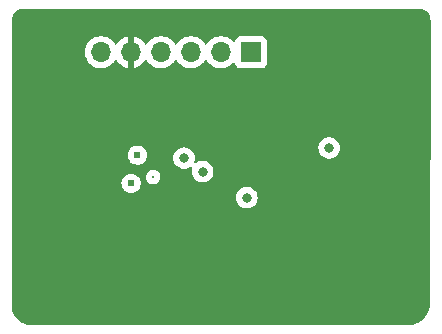
<source format=gbr>
%TF.GenerationSoftware,KiCad,Pcbnew,(6.0.7)*%
%TF.CreationDate,2023-01-24T00:42:55-08:00*%
%TF.ProjectId,Sensors,53656e73-6f72-4732-9e6b-696361645f70,rev?*%
%TF.SameCoordinates,Original*%
%TF.FileFunction,Copper,L2,Inr*%
%TF.FilePolarity,Positive*%
%FSLAX46Y46*%
G04 Gerber Fmt 4.6, Leading zero omitted, Abs format (unit mm)*
G04 Created by KiCad (PCBNEW (6.0.7)) date 2023-01-24 00:42:55*
%MOMM*%
%LPD*%
G01*
G04 APERTURE LIST*
%TA.AperFunction,ComponentPad*%
%ADD10R,1.700000X1.700000*%
%TD*%
%TA.AperFunction,ComponentPad*%
%ADD11O,1.700000X1.700000*%
%TD*%
%TA.AperFunction,ViaPad*%
%ADD12C,0.800000*%
%TD*%
%TA.AperFunction,ViaPad*%
%ADD13C,0.609600*%
%TD*%
%TA.AperFunction,ViaPad*%
%ADD14C,0.203200*%
%TD*%
G04 APERTURE END LIST*
D10*
%TO.N,Net-(U01-Pad13)*%
%TO.C,J1*%
X106778163Y-49513787D03*
D11*
%TO.N,Net-(U01-Pad14)*%
X104238163Y-49513787D03*
%TO.N,Net-(U01-Pad3)*%
X101698163Y-49513787D03*
%TO.N,Net-(U01-Pad2)*%
X99158163Y-49513787D03*
%TO.N,GND*%
X96618163Y-49513787D03*
%TO.N,3.3V*%
X94078163Y-49513787D03*
%TD*%
D12*
%TO.N,Net-(U01-Pad3)*%
X102697104Y-59624420D03*
%TO.N,Net-(U01-Pad2)*%
X101116641Y-58476961D03*
%TO.N,GND*%
X104255917Y-56896498D03*
%TO.N,3.3V*%
X106435814Y-61829107D03*
X113400556Y-57614340D03*
%TO.N,GND*%
X111631856Y-61857974D03*
D13*
%TO.N,3.3V*%
X96636712Y-60617584D03*
X97155398Y-58228121D03*
%TO.N,GND*%
X99826028Y-61033766D03*
X96535725Y-59454438D03*
D14*
%TO.N,Net-(U01-Pad2)*%
X98498057Y-60088459D03*
%TD*%
%TA.AperFunction,Conductor*%
%TO.N,GND*%
G36*
X121175525Y-45845844D02*
G01*
X121315373Y-45869293D01*
X121338150Y-45875347D01*
X121471199Y-45924436D01*
X121492442Y-45934623D01*
X121607764Y-46003874D01*
X121614015Y-46007628D01*
X121632998Y-46021599D01*
X121738845Y-46115968D01*
X121754893Y-46133229D01*
X121841314Y-46245659D01*
X121853867Y-46265608D01*
X121917835Y-46392163D01*
X121926450Y-46414090D01*
X121965736Y-46550364D01*
X121970115Y-46573512D01*
X121980655Y-46686094D01*
X121980155Y-46702355D01*
X121980735Y-46702362D01*
X121980622Y-46711340D01*
X121979238Y-46720209D01*
X121980399Y-46729109D01*
X121980399Y-46729110D01*
X121983330Y-46751582D01*
X121984388Y-46767997D01*
X121961940Y-70774387D01*
X121960649Y-70785662D01*
X121961322Y-70785720D01*
X121960554Y-70794665D01*
X121958527Y-70803407D01*
X121959483Y-70820280D01*
X121958517Y-70844516D01*
X121930452Y-71049239D01*
X121927325Y-71064742D01*
X121866885Y-71290272D01*
X121861841Y-71305261D01*
X121773619Y-71521457D01*
X121766736Y-71535697D01*
X121652129Y-71739131D01*
X121643517Y-71752396D01*
X121504323Y-71939876D01*
X121494117Y-71951957D01*
X121332539Y-72120518D01*
X121320899Y-72131226D01*
X121139474Y-72278221D01*
X121126590Y-72287384D01*
X120928169Y-72410500D01*
X120914247Y-72417971D01*
X120873754Y-72436529D01*
X120701969Y-72515258D01*
X120687207Y-72520931D01*
X120522208Y-72572720D01*
X120484554Y-72578503D01*
X107926426Y-72586182D01*
X88185368Y-72598254D01*
X88163751Y-72596399D01*
X88145795Y-72593283D01*
X88130665Y-72594995D01*
X88105216Y-72595287D01*
X87910707Y-72577792D01*
X87892742Y-72574856D01*
X87678244Y-72523637D01*
X87660881Y-72518137D01*
X87456017Y-72436529D01*
X87439627Y-72428583D01*
X87248681Y-72318296D01*
X87233608Y-72308070D01*
X87060555Y-72171401D01*
X87047113Y-72159108D01*
X87020738Y-72131226D01*
X86895568Y-71998908D01*
X86884040Y-71984805D01*
X86757183Y-71804439D01*
X86747808Y-71788821D01*
X86648280Y-71592041D01*
X86641256Y-71575236D01*
X86571142Y-71366166D01*
X86566614Y-71348523D01*
X86533109Y-71163226D01*
X86531988Y-71146135D01*
X86531972Y-71146137D01*
X86531127Y-71137204D01*
X86531557Y-71128233D01*
X86529452Y-71119501D01*
X86529225Y-71117105D01*
X86528665Y-71105140D01*
X86528702Y-71057082D01*
X86535696Y-61829107D01*
X105522310Y-61829107D01*
X105542272Y-62019035D01*
X105601287Y-62200663D01*
X105696774Y-62366051D01*
X105824561Y-62507973D01*
X105979062Y-62620225D01*
X105985090Y-62622909D01*
X105985092Y-62622910D01*
X106147495Y-62695216D01*
X106153526Y-62697901D01*
X106246926Y-62717754D01*
X106333870Y-62736235D01*
X106333875Y-62736235D01*
X106340327Y-62737607D01*
X106531301Y-62737607D01*
X106537753Y-62736235D01*
X106537758Y-62736235D01*
X106624702Y-62717754D01*
X106718102Y-62697901D01*
X106724133Y-62695216D01*
X106886536Y-62622910D01*
X106886538Y-62622909D01*
X106892566Y-62620225D01*
X107047067Y-62507973D01*
X107174854Y-62366051D01*
X107270341Y-62200663D01*
X107329356Y-62019035D01*
X107349318Y-61829107D01*
X107329356Y-61639179D01*
X107270341Y-61457551D01*
X107257813Y-61435851D01*
X107178155Y-61297881D01*
X107174854Y-61292163D01*
X107150071Y-61264638D01*
X107051489Y-61155152D01*
X107051488Y-61155151D01*
X107047067Y-61150241D01*
X106892566Y-61037989D01*
X106886538Y-61035305D01*
X106886536Y-61035304D01*
X106724133Y-60962998D01*
X106724132Y-60962998D01*
X106718102Y-60960313D01*
X106624701Y-60940460D01*
X106537758Y-60921979D01*
X106537753Y-60921979D01*
X106531301Y-60920607D01*
X106340327Y-60920607D01*
X106333875Y-60921979D01*
X106333870Y-60921979D01*
X106246927Y-60940460D01*
X106153526Y-60960313D01*
X106147496Y-60962998D01*
X106147495Y-60962998D01*
X105985092Y-61035304D01*
X105985090Y-61035305D01*
X105979062Y-61037989D01*
X105824561Y-61150241D01*
X105820140Y-61155151D01*
X105820139Y-61155152D01*
X105721558Y-61264638D01*
X105696774Y-61292163D01*
X105693473Y-61297881D01*
X105613816Y-61435851D01*
X105601287Y-61457551D01*
X105542272Y-61639179D01*
X105522310Y-61829107D01*
X86535696Y-61829107D01*
X86536623Y-60606157D01*
X95818346Y-60606157D01*
X95819033Y-60613164D01*
X95819033Y-60613167D01*
X95827349Y-60697977D01*
X95836151Y-60787748D01*
X95893745Y-60960883D01*
X95988266Y-61116955D01*
X95993157Y-61122020D01*
X95993158Y-61122021D01*
X96064092Y-61195475D01*
X96115015Y-61248207D01*
X96120907Y-61252062D01*
X96120911Y-61252066D01*
X96261797Y-61344259D01*
X96267693Y-61348117D01*
X96274297Y-61350573D01*
X96274299Y-61350574D01*
X96353203Y-61379918D01*
X96438712Y-61411719D01*
X96619572Y-61435851D01*
X96626583Y-61435213D01*
X96626587Y-61435213D01*
X96766292Y-61422498D01*
X96801283Y-61419313D01*
X96807985Y-61417135D01*
X96807987Y-61417135D01*
X96968117Y-61365106D01*
X96968120Y-61365105D01*
X96974816Y-61362929D01*
X96999664Y-61348117D01*
X97125489Y-61273111D01*
X97125492Y-61273109D01*
X97131544Y-61269501D01*
X97256779Y-61150241D01*
X97258574Y-61148532D01*
X97258576Y-61148529D01*
X97263678Y-61143671D01*
X97364651Y-60991694D01*
X97391133Y-60921979D01*
X97426945Y-60827706D01*
X97426946Y-60827701D01*
X97429445Y-60821123D01*
X97446514Y-60699673D01*
X97454288Y-60644359D01*
X97454288Y-60644354D01*
X97454839Y-60640436D01*
X97455158Y-60617584D01*
X97434819Y-60436259D01*
X97413061Y-60373777D01*
X97377131Y-60270602D01*
X97374813Y-60263945D01*
X97278123Y-60109208D01*
X97251127Y-60082023D01*
X97883510Y-60082023D01*
X97899714Y-60228799D01*
X97950461Y-60367473D01*
X97954697Y-60373776D01*
X97954697Y-60373777D01*
X97984761Y-60418516D01*
X98032822Y-60490039D01*
X98142042Y-60589421D01*
X98271815Y-60659882D01*
X98414649Y-60697354D01*
X98491436Y-60698560D01*
X98554700Y-60699554D01*
X98554703Y-60699554D01*
X98562298Y-60699673D01*
X98614093Y-60687810D01*
X98698836Y-60668402D01*
X98698840Y-60668401D01*
X98706239Y-60666706D01*
X98758472Y-60640436D01*
X98831378Y-60603769D01*
X98831381Y-60603767D01*
X98838161Y-60600357D01*
X98950448Y-60504454D01*
X99036618Y-60384536D01*
X99085096Y-60263945D01*
X99088862Y-60254577D01*
X99088863Y-60254575D01*
X99091697Y-60247524D01*
X99111382Y-60109208D01*
X99111922Y-60105414D01*
X99111922Y-60105411D01*
X99112503Y-60101330D01*
X99112638Y-60088459D01*
X99094898Y-59941861D01*
X99042701Y-59803726D01*
X98959061Y-59682029D01*
X98848807Y-59583796D01*
X98841923Y-59580151D01*
X98725014Y-59518251D01*
X98725012Y-59518250D01*
X98718303Y-59514698D01*
X98671397Y-59502916D01*
X98582455Y-59480575D01*
X98582451Y-59480575D01*
X98575084Y-59478724D01*
X98567485Y-59478684D01*
X98567483Y-59478684D01*
X98505855Y-59478362D01*
X98427419Y-59477951D01*
X98420039Y-59479723D01*
X98420037Y-59479723D01*
X98291210Y-59510651D01*
X98291206Y-59510652D01*
X98283831Y-59512423D01*
X98152611Y-59580151D01*
X98041334Y-59677224D01*
X97956425Y-59798038D01*
X97953666Y-59805113D01*
X97953665Y-59805116D01*
X97922228Y-59885749D01*
X97902784Y-59935619D01*
X97901792Y-59943152D01*
X97901792Y-59943153D01*
X97894085Y-60001699D01*
X97883510Y-60082023D01*
X97251127Y-60082023D01*
X97213559Y-60044192D01*
X97154516Y-59984735D01*
X97154512Y-59984732D01*
X97149553Y-59979738D01*
X97138369Y-59972640D01*
X97068876Y-59928539D01*
X96995495Y-59881970D01*
X96888802Y-59843978D01*
X96830239Y-59823124D01*
X96830237Y-59823123D01*
X96823605Y-59820762D01*
X96816619Y-59819929D01*
X96816615Y-59819928D01*
X96680735Y-59803726D01*
X96642426Y-59799158D01*
X96635423Y-59799894D01*
X96635422Y-59799894D01*
X96598963Y-59803726D01*
X96460963Y-59818230D01*
X96454295Y-59820500D01*
X96294902Y-59874762D01*
X96294899Y-59874763D01*
X96288235Y-59877032D01*
X96193003Y-59935619D01*
X96170601Y-59949401D01*
X96132826Y-59972640D01*
X96127793Y-59977569D01*
X96014556Y-60088459D01*
X96002462Y-60100302D01*
X95903620Y-60253674D01*
X95901211Y-60260294D01*
X95901209Y-60260297D01*
X95844706Y-60415538D01*
X95841214Y-60425133D01*
X95818346Y-60606157D01*
X86536623Y-60606157D01*
X86538434Y-58216694D01*
X96337032Y-58216694D01*
X96337719Y-58223701D01*
X96337719Y-58223704D01*
X96343313Y-58280755D01*
X96354837Y-58398285D01*
X96412431Y-58571420D01*
X96416080Y-58577445D01*
X96500775Y-58717292D01*
X96506952Y-58727492D01*
X96511843Y-58732557D01*
X96511844Y-58732558D01*
X96582778Y-58806012D01*
X96633701Y-58858744D01*
X96639593Y-58862599D01*
X96639597Y-58862603D01*
X96696063Y-58899553D01*
X96786379Y-58958654D01*
X96792983Y-58961110D01*
X96792985Y-58961111D01*
X96871888Y-58990455D01*
X96957398Y-59022256D01*
X97138258Y-59046388D01*
X97145269Y-59045750D01*
X97145273Y-59045750D01*
X97284978Y-59033035D01*
X97319969Y-59029850D01*
X97326671Y-59027672D01*
X97326673Y-59027672D01*
X97486803Y-58975643D01*
X97486806Y-58975642D01*
X97493502Y-58973466D01*
X97518350Y-58958654D01*
X97644175Y-58883648D01*
X97644178Y-58883646D01*
X97650230Y-58880038D01*
X97773155Y-58762978D01*
X97777260Y-58759069D01*
X97777262Y-58759066D01*
X97782364Y-58754208D01*
X97883337Y-58602231D01*
X97930923Y-58476961D01*
X100203137Y-58476961D01*
X100223099Y-58666889D01*
X100282114Y-58848517D01*
X100285417Y-58854239D01*
X100285418Y-58854240D01*
X100297505Y-58875175D01*
X100377601Y-59013905D01*
X100382019Y-59018812D01*
X100382020Y-59018813D01*
X100448993Y-59093194D01*
X100505388Y-59155827D01*
X100659889Y-59268079D01*
X100665917Y-59270763D01*
X100665919Y-59270764D01*
X100817840Y-59338403D01*
X100834353Y-59345755D01*
X100927753Y-59365608D01*
X101014697Y-59384089D01*
X101014702Y-59384089D01*
X101021154Y-59385461D01*
X101212128Y-59385461D01*
X101218580Y-59384089D01*
X101218585Y-59384089D01*
X101305529Y-59365608D01*
X101398929Y-59345755D01*
X101415442Y-59338403D01*
X101567363Y-59270764D01*
X101567365Y-59270763D01*
X101573393Y-59268079D01*
X101631743Y-59225685D01*
X101698608Y-59201828D01*
X101767759Y-59217908D01*
X101817240Y-59268821D01*
X101831340Y-59338403D01*
X101825635Y-59366558D01*
X101803562Y-59434492D01*
X101802872Y-59441053D01*
X101802872Y-59441055D01*
X101795132Y-59514698D01*
X101783600Y-59624420D01*
X101784290Y-59630985D01*
X101802592Y-59805116D01*
X101803562Y-59814348D01*
X101862577Y-59995976D01*
X101958064Y-60161364D01*
X101962482Y-60166271D01*
X101962483Y-60166272D01*
X102050428Y-60263945D01*
X102085851Y-60303286D01*
X102240352Y-60415538D01*
X102246380Y-60418222D01*
X102246382Y-60418223D01*
X102408785Y-60490529D01*
X102414816Y-60493214D01*
X102490913Y-60509389D01*
X102595160Y-60531548D01*
X102595165Y-60531548D01*
X102601617Y-60532920D01*
X102792591Y-60532920D01*
X102799043Y-60531548D01*
X102799048Y-60531548D01*
X102903295Y-60509389D01*
X102979392Y-60493214D01*
X102985423Y-60490529D01*
X103147826Y-60418223D01*
X103147828Y-60418222D01*
X103153856Y-60415538D01*
X103308357Y-60303286D01*
X103343780Y-60263945D01*
X103431725Y-60166272D01*
X103431726Y-60166271D01*
X103436144Y-60161364D01*
X103531631Y-59995976D01*
X103590646Y-59814348D01*
X103591617Y-59805116D01*
X103609918Y-59630985D01*
X103610608Y-59624420D01*
X103599076Y-59514698D01*
X103591336Y-59441055D01*
X103591336Y-59441053D01*
X103590646Y-59434492D01*
X103531631Y-59252864D01*
X103436144Y-59087476D01*
X103384258Y-59029850D01*
X103312779Y-58950465D01*
X103312778Y-58950464D01*
X103308357Y-58945554D01*
X103153856Y-58833302D01*
X103147828Y-58830618D01*
X103147826Y-58830617D01*
X102985423Y-58758311D01*
X102985422Y-58758311D01*
X102979392Y-58755626D01*
X102881522Y-58734823D01*
X102799048Y-58717292D01*
X102799043Y-58717292D01*
X102792591Y-58715920D01*
X102601617Y-58715920D01*
X102595165Y-58717292D01*
X102595160Y-58717292D01*
X102512686Y-58734823D01*
X102414816Y-58755626D01*
X102408786Y-58758311D01*
X102408785Y-58758311D01*
X102246382Y-58830617D01*
X102246380Y-58830618D01*
X102240352Y-58833302D01*
X102182002Y-58875696D01*
X102115137Y-58899553D01*
X102045986Y-58883473D01*
X101996505Y-58832560D01*
X101982405Y-58762978D01*
X101988110Y-58734823D01*
X102008143Y-58673167D01*
X102010183Y-58666889D01*
X102030145Y-58476961D01*
X102010183Y-58287033D01*
X101951168Y-58105405D01*
X101855681Y-57940017D01*
X101793389Y-57870834D01*
X101732316Y-57803006D01*
X101732315Y-57803005D01*
X101727894Y-57798095D01*
X101607797Y-57710839D01*
X101578735Y-57689724D01*
X101578734Y-57689723D01*
X101573393Y-57685843D01*
X101567365Y-57683159D01*
X101567363Y-57683158D01*
X101412794Y-57614340D01*
X112487052Y-57614340D01*
X112507014Y-57804268D01*
X112566029Y-57985896D01*
X112661516Y-58151284D01*
X112665934Y-58156191D01*
X112665935Y-58156192D01*
X112778092Y-58280755D01*
X112789303Y-58293206D01*
X112943804Y-58405458D01*
X112949832Y-58408142D01*
X112949834Y-58408143D01*
X113104403Y-58476961D01*
X113118268Y-58483134D01*
X113211668Y-58502987D01*
X113298612Y-58521468D01*
X113298617Y-58521468D01*
X113305069Y-58522840D01*
X113496043Y-58522840D01*
X113502495Y-58521468D01*
X113502500Y-58521468D01*
X113589444Y-58502987D01*
X113682844Y-58483134D01*
X113696709Y-58476961D01*
X113851278Y-58408143D01*
X113851280Y-58408142D01*
X113857308Y-58405458D01*
X114011809Y-58293206D01*
X114023020Y-58280755D01*
X114135177Y-58156192D01*
X114135178Y-58156191D01*
X114139596Y-58151284D01*
X114235083Y-57985896D01*
X114294098Y-57804268D01*
X114314060Y-57614340D01*
X114301124Y-57491260D01*
X114294788Y-57430975D01*
X114294788Y-57430973D01*
X114294098Y-57424412D01*
X114235083Y-57242784D01*
X114139596Y-57077396D01*
X114011809Y-56935474D01*
X113857308Y-56823222D01*
X113851280Y-56820538D01*
X113851278Y-56820537D01*
X113688875Y-56748231D01*
X113688874Y-56748231D01*
X113682844Y-56745546D01*
X113589444Y-56725693D01*
X113502500Y-56707212D01*
X113502495Y-56707212D01*
X113496043Y-56705840D01*
X113305069Y-56705840D01*
X113298617Y-56707212D01*
X113298612Y-56707212D01*
X113211668Y-56725693D01*
X113118268Y-56745546D01*
X113112238Y-56748231D01*
X113112237Y-56748231D01*
X112949834Y-56820537D01*
X112949832Y-56820538D01*
X112943804Y-56823222D01*
X112789303Y-56935474D01*
X112661516Y-57077396D01*
X112566029Y-57242784D01*
X112507014Y-57424412D01*
X112506324Y-57430973D01*
X112506324Y-57430975D01*
X112499988Y-57491260D01*
X112487052Y-57614340D01*
X101412794Y-57614340D01*
X101404960Y-57610852D01*
X101404959Y-57610852D01*
X101398929Y-57608167D01*
X101304550Y-57588106D01*
X101218585Y-57569833D01*
X101218580Y-57569833D01*
X101212128Y-57568461D01*
X101021154Y-57568461D01*
X101014702Y-57569833D01*
X101014697Y-57569833D01*
X100928732Y-57588106D01*
X100834353Y-57608167D01*
X100828323Y-57610852D01*
X100828322Y-57610852D01*
X100665919Y-57683158D01*
X100665917Y-57683159D01*
X100659889Y-57685843D01*
X100654548Y-57689723D01*
X100654547Y-57689724D01*
X100625485Y-57710839D01*
X100505388Y-57798095D01*
X100500967Y-57803005D01*
X100500966Y-57803006D01*
X100439894Y-57870834D01*
X100377601Y-57940017D01*
X100282114Y-58105405D01*
X100223099Y-58287033D01*
X100203137Y-58476961D01*
X97930923Y-58476961D01*
X97933417Y-58470396D01*
X97945631Y-58438243D01*
X97945632Y-58438238D01*
X97948131Y-58431660D01*
X97951436Y-58408143D01*
X97972974Y-58254896D01*
X97972974Y-58254891D01*
X97973525Y-58250973D01*
X97973844Y-58228121D01*
X97953505Y-58046796D01*
X97893499Y-57874482D01*
X97796809Y-57719745D01*
X97692137Y-57614340D01*
X97673202Y-57595272D01*
X97673198Y-57595269D01*
X97668239Y-57590275D01*
X97657055Y-57583177D01*
X97608849Y-57552585D01*
X97514181Y-57492507D01*
X97407488Y-57454515D01*
X97348925Y-57433661D01*
X97348923Y-57433660D01*
X97342291Y-57431299D01*
X97335305Y-57430466D01*
X97335301Y-57430465D01*
X97205724Y-57415015D01*
X97161112Y-57409695D01*
X97154109Y-57410431D01*
X97154108Y-57410431D01*
X97107873Y-57415291D01*
X96979649Y-57428767D01*
X96972981Y-57431037D01*
X96813588Y-57485299D01*
X96813585Y-57485300D01*
X96806921Y-57487569D01*
X96792752Y-57496286D01*
X96675433Y-57568461D01*
X96651512Y-57583177D01*
X96521148Y-57710839D01*
X96422306Y-57864211D01*
X96419897Y-57870831D01*
X96419895Y-57870834D01*
X96378016Y-57985896D01*
X96359900Y-58035670D01*
X96337032Y-58216694D01*
X86538434Y-58216694D01*
X86544019Y-50847812D01*
X86545055Y-49480482D01*
X92715414Y-49480482D01*
X92728273Y-49703502D01*
X92729410Y-49708548D01*
X92729411Y-49708554D01*
X92750438Y-49801856D01*
X92777385Y-49921426D01*
X92861429Y-50128403D01*
X92898848Y-50189465D01*
X92975454Y-50314475D01*
X92978150Y-50318875D01*
X93124413Y-50487725D01*
X93296289Y-50630419D01*
X93489163Y-50743125D01*
X93697855Y-50822817D01*
X93702923Y-50823848D01*
X93702926Y-50823849D01*
X93798025Y-50843197D01*
X93916760Y-50867354D01*
X93921935Y-50867544D01*
X93921937Y-50867544D01*
X94134836Y-50875351D01*
X94134840Y-50875351D01*
X94140000Y-50875540D01*
X94145120Y-50874884D01*
X94145122Y-50874884D01*
X94356451Y-50847812D01*
X94356452Y-50847812D01*
X94361579Y-50847155D01*
X94366529Y-50845670D01*
X94570592Y-50784448D01*
X94570597Y-50784446D01*
X94575547Y-50782961D01*
X94776157Y-50684683D01*
X94958023Y-50554960D01*
X95116259Y-50397276D01*
X95175757Y-50314476D01*
X95246616Y-50215864D01*
X95247803Y-50216717D01*
X95295123Y-50173149D01*
X95365060Y-50160932D01*
X95430501Y-50188465D01*
X95458329Y-50220298D01*
X95515857Y-50314175D01*
X95521940Y-50322486D01*
X95661376Y-50483454D01*
X95668743Y-50490670D01*
X95832597Y-50626703D01*
X95841044Y-50632618D01*
X96024919Y-50740066D01*
X96034205Y-50744516D01*
X96233164Y-50820490D01*
X96243062Y-50823366D01*
X96346413Y-50844393D01*
X96360462Y-50843197D01*
X96364163Y-50832852D01*
X96364163Y-50832304D01*
X96872163Y-50832304D01*
X96876227Y-50846146D01*
X96889641Y-50848180D01*
X96896347Y-50847321D01*
X96906425Y-50845179D01*
X97110418Y-50783978D01*
X97120005Y-50780220D01*
X97311258Y-50686526D01*
X97320108Y-50681251D01*
X97493491Y-50557579D01*
X97501363Y-50550926D01*
X97652215Y-50400599D01*
X97658893Y-50392752D01*
X97786185Y-50215606D01*
X97787442Y-50216509D01*
X97834536Y-50173149D01*
X97904474Y-50160932D01*
X97969914Y-50188465D01*
X97997742Y-50220298D01*
X98058150Y-50318875D01*
X98204413Y-50487725D01*
X98376289Y-50630419D01*
X98569163Y-50743125D01*
X98777855Y-50822817D01*
X98782923Y-50823848D01*
X98782926Y-50823849D01*
X98878025Y-50843197D01*
X98996760Y-50867354D01*
X99001935Y-50867544D01*
X99001937Y-50867544D01*
X99214836Y-50875351D01*
X99214840Y-50875351D01*
X99220000Y-50875540D01*
X99225120Y-50874884D01*
X99225122Y-50874884D01*
X99436451Y-50847812D01*
X99436452Y-50847812D01*
X99441579Y-50847155D01*
X99446529Y-50845670D01*
X99650592Y-50784448D01*
X99650597Y-50784446D01*
X99655547Y-50782961D01*
X99856157Y-50684683D01*
X100038023Y-50554960D01*
X100196259Y-50397276D01*
X100255757Y-50314476D01*
X100326616Y-50215864D01*
X100327939Y-50216815D01*
X100374808Y-50173644D01*
X100444743Y-50161412D01*
X100510189Y-50188931D01*
X100538038Y-50220781D01*
X100598150Y-50318875D01*
X100744413Y-50487725D01*
X100916289Y-50630419D01*
X101109163Y-50743125D01*
X101317855Y-50822817D01*
X101322923Y-50823848D01*
X101322926Y-50823849D01*
X101418025Y-50843197D01*
X101536760Y-50867354D01*
X101541935Y-50867544D01*
X101541937Y-50867544D01*
X101754836Y-50875351D01*
X101754840Y-50875351D01*
X101760000Y-50875540D01*
X101765120Y-50874884D01*
X101765122Y-50874884D01*
X101976451Y-50847812D01*
X101976452Y-50847812D01*
X101981579Y-50847155D01*
X101986529Y-50845670D01*
X102190592Y-50784448D01*
X102190597Y-50784446D01*
X102195547Y-50782961D01*
X102396157Y-50684683D01*
X102578023Y-50554960D01*
X102736259Y-50397276D01*
X102795757Y-50314476D01*
X102866616Y-50215864D01*
X102867939Y-50216815D01*
X102914808Y-50173644D01*
X102984743Y-50161412D01*
X103050189Y-50188931D01*
X103078038Y-50220781D01*
X103138150Y-50318875D01*
X103284413Y-50487725D01*
X103456289Y-50630419D01*
X103649163Y-50743125D01*
X103857855Y-50822817D01*
X103862923Y-50823848D01*
X103862926Y-50823849D01*
X103958025Y-50843197D01*
X104076760Y-50867354D01*
X104081935Y-50867544D01*
X104081937Y-50867544D01*
X104294836Y-50875351D01*
X104294840Y-50875351D01*
X104300000Y-50875540D01*
X104305120Y-50874884D01*
X104305122Y-50874884D01*
X104516451Y-50847812D01*
X104516452Y-50847812D01*
X104521579Y-50847155D01*
X104526529Y-50845670D01*
X104730592Y-50784448D01*
X104730597Y-50784446D01*
X104735547Y-50782961D01*
X104936157Y-50684683D01*
X105118023Y-50554960D01*
X105226254Y-50447106D01*
X105288625Y-50413191D01*
X105359431Y-50418379D01*
X105416193Y-50461025D01*
X105433175Y-50492128D01*
X105477548Y-50610492D01*
X105564902Y-50727048D01*
X105681458Y-50814402D01*
X105817847Y-50865532D01*
X105880029Y-50872287D01*
X107676297Y-50872287D01*
X107738479Y-50865532D01*
X107874868Y-50814402D01*
X107991424Y-50727048D01*
X108078778Y-50610492D01*
X108129908Y-50474103D01*
X108136663Y-50411921D01*
X108136663Y-48615653D01*
X108129908Y-48553471D01*
X108078778Y-48417082D01*
X107991424Y-48300526D01*
X107874868Y-48213172D01*
X107738479Y-48162042D01*
X107676297Y-48155287D01*
X105880029Y-48155287D01*
X105817847Y-48162042D01*
X105681458Y-48213172D01*
X105564902Y-48300526D01*
X105477548Y-48417082D01*
X105474396Y-48425490D01*
X105433082Y-48535694D01*
X105390440Y-48592458D01*
X105323879Y-48617158D01*
X105254530Y-48601950D01*
X105221906Y-48576263D01*
X105171314Y-48520662D01*
X105171305Y-48520653D01*
X105167833Y-48516838D01*
X105163782Y-48513639D01*
X105163778Y-48513635D01*
X104996577Y-48381587D01*
X104996573Y-48381585D01*
X104992522Y-48378385D01*
X104956191Y-48358329D01*
X104940299Y-48349556D01*
X104796952Y-48270425D01*
X104792083Y-48268701D01*
X104792079Y-48268699D01*
X104591250Y-48197582D01*
X104591246Y-48197581D01*
X104586375Y-48195856D01*
X104581282Y-48194949D01*
X104581279Y-48194948D01*
X104371536Y-48157587D01*
X104371530Y-48157586D01*
X104366447Y-48156681D01*
X104292615Y-48155779D01*
X104148244Y-48154015D01*
X104148242Y-48154015D01*
X104143074Y-48153952D01*
X103922254Y-48187742D01*
X103709919Y-48257144D01*
X103511770Y-48360294D01*
X103507637Y-48363397D01*
X103507634Y-48363399D01*
X103337263Y-48491317D01*
X103333128Y-48494422D01*
X103307704Y-48521027D01*
X103239443Y-48592458D01*
X103178792Y-48655925D01*
X103071364Y-48813408D01*
X103016456Y-48858408D01*
X102945931Y-48866579D01*
X102882184Y-48835325D01*
X102861487Y-48810841D01*
X102780985Y-48686404D01*
X102780983Y-48686401D01*
X102778177Y-48682064D01*
X102627833Y-48516838D01*
X102623782Y-48513639D01*
X102623778Y-48513635D01*
X102456577Y-48381587D01*
X102456573Y-48381585D01*
X102452522Y-48378385D01*
X102416191Y-48358329D01*
X102400299Y-48349556D01*
X102256952Y-48270425D01*
X102252083Y-48268701D01*
X102252079Y-48268699D01*
X102051250Y-48197582D01*
X102051246Y-48197581D01*
X102046375Y-48195856D01*
X102041282Y-48194949D01*
X102041279Y-48194948D01*
X101831536Y-48157587D01*
X101831530Y-48157586D01*
X101826447Y-48156681D01*
X101752615Y-48155779D01*
X101608244Y-48154015D01*
X101608242Y-48154015D01*
X101603074Y-48153952D01*
X101382254Y-48187742D01*
X101169919Y-48257144D01*
X100971770Y-48360294D01*
X100967637Y-48363397D01*
X100967634Y-48363399D01*
X100797263Y-48491317D01*
X100793128Y-48494422D01*
X100767704Y-48521027D01*
X100699443Y-48592458D01*
X100638792Y-48655925D01*
X100531364Y-48813408D01*
X100476456Y-48858408D01*
X100405931Y-48866579D01*
X100342184Y-48835325D01*
X100321487Y-48810841D01*
X100240985Y-48686404D01*
X100240983Y-48686401D01*
X100238177Y-48682064D01*
X100087833Y-48516838D01*
X100083782Y-48513639D01*
X100083778Y-48513635D01*
X99916577Y-48381587D01*
X99916573Y-48381585D01*
X99912522Y-48378385D01*
X99876191Y-48358329D01*
X99860299Y-48349556D01*
X99716952Y-48270425D01*
X99712083Y-48268701D01*
X99712079Y-48268699D01*
X99511250Y-48197582D01*
X99511246Y-48197581D01*
X99506375Y-48195856D01*
X99501282Y-48194949D01*
X99501279Y-48194948D01*
X99291536Y-48157587D01*
X99291530Y-48157586D01*
X99286447Y-48156681D01*
X99212615Y-48155779D01*
X99068244Y-48154015D01*
X99068242Y-48154015D01*
X99063074Y-48153952D01*
X98842254Y-48187742D01*
X98629919Y-48257144D01*
X98431770Y-48360294D01*
X98427637Y-48363397D01*
X98427634Y-48363399D01*
X98257263Y-48491317D01*
X98253128Y-48494422D01*
X98227704Y-48521027D01*
X98159443Y-48592458D01*
X98098792Y-48655925D01*
X97991367Y-48813405D01*
X97991061Y-48813853D01*
X97936150Y-48858856D01*
X97865625Y-48867027D01*
X97801878Y-48835773D01*
X97781181Y-48811289D01*
X97700589Y-48686713D01*
X97694299Y-48678544D01*
X97550969Y-48521027D01*
X97543436Y-48514002D01*
X97376302Y-48382009D01*
X97367715Y-48376304D01*
X97181280Y-48273386D01*
X97171868Y-48269156D01*
X96971122Y-48198067D01*
X96961151Y-48195433D01*
X96890000Y-48182759D01*
X96876703Y-48184219D01*
X96872163Y-48198776D01*
X96872163Y-50832304D01*
X96364163Y-50832304D01*
X96364163Y-48196889D01*
X96360245Y-48183545D01*
X96345969Y-48181558D01*
X96307487Y-48187447D01*
X96297451Y-48189838D01*
X96095031Y-48255999D01*
X96085522Y-48259996D01*
X95896626Y-48358329D01*
X95887901Y-48363823D01*
X95717596Y-48491692D01*
X95709889Y-48498535D01*
X95562753Y-48652504D01*
X95556272Y-48660509D01*
X95451661Y-48813861D01*
X95396750Y-48858863D01*
X95326225Y-48867034D01*
X95262478Y-48835780D01*
X95241781Y-48811296D01*
X95160985Y-48686404D01*
X95160983Y-48686401D01*
X95158177Y-48682064D01*
X95007833Y-48516838D01*
X95003782Y-48513639D01*
X95003778Y-48513635D01*
X94836577Y-48381587D01*
X94836573Y-48381585D01*
X94832522Y-48378385D01*
X94796191Y-48358329D01*
X94780299Y-48349556D01*
X94636952Y-48270425D01*
X94632083Y-48268701D01*
X94632079Y-48268699D01*
X94431250Y-48197582D01*
X94431246Y-48197581D01*
X94426375Y-48195856D01*
X94421282Y-48194949D01*
X94421279Y-48194948D01*
X94211536Y-48157587D01*
X94211530Y-48157586D01*
X94206447Y-48156681D01*
X94132615Y-48155779D01*
X93988244Y-48154015D01*
X93988242Y-48154015D01*
X93983074Y-48153952D01*
X93762254Y-48187742D01*
X93549919Y-48257144D01*
X93351770Y-48360294D01*
X93347637Y-48363397D01*
X93347634Y-48363399D01*
X93177263Y-48491317D01*
X93173128Y-48494422D01*
X93147704Y-48521027D01*
X93079443Y-48592458D01*
X93018792Y-48655925D01*
X92892906Y-48840467D01*
X92798851Y-49043092D01*
X92739152Y-49258357D01*
X92715414Y-49480482D01*
X86545055Y-49480482D01*
X86547106Y-46775436D01*
X86548203Y-46758943D01*
X86551159Y-46736690D01*
X86551159Y-46736685D01*
X86552340Y-46727793D01*
X86550626Y-46716635D01*
X86549514Y-46688111D01*
X86558286Y-46570698D01*
X86562451Y-46546657D01*
X86599355Y-46412540D01*
X86608075Y-46389753D01*
X86615027Y-46375807D01*
X86670139Y-46265259D01*
X86683082Y-46244589D01*
X86767979Y-46134390D01*
X86784671Y-46116595D01*
X86889201Y-46024837D01*
X86909010Y-46010591D01*
X87029279Y-45940692D01*
X87051461Y-45930533D01*
X87182942Y-45885128D01*
X87206668Y-45879434D01*
X87316809Y-45864075D01*
X87332645Y-45863869D01*
X87332624Y-45863160D01*
X87341594Y-45862897D01*
X87350516Y-45863908D01*
X87368812Y-45860737D01*
X87390286Y-45858887D01*
X103760493Y-45854914D01*
X120926604Y-45850748D01*
X120931622Y-45850847D01*
X120983798Y-45852914D01*
X120983801Y-45852914D01*
X120992769Y-45853269D01*
X121001478Y-45851093D01*
X121001483Y-45851092D01*
X121004205Y-45850412D01*
X121032083Y-45846680D01*
X121152018Y-45844137D01*
X121175525Y-45845844D01*
G37*
%TD.AperFunction*%
%TD*%
M02*

</source>
